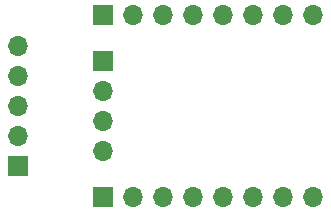
<source format=gts>
%TF.GenerationSoftware,KiCad,Pcbnew,(5.1.7-0-10_14)*%
%TF.CreationDate,2022-03-25T14:58:00-04:00*%
%TF.ProjectId,TOTP Generator,544f5450-2047-4656-9e65-7261746f722e,rev?*%
%TF.SameCoordinates,Original*%
%TF.FileFunction,Soldermask,Top*%
%TF.FilePolarity,Negative*%
%FSLAX46Y46*%
G04 Gerber Fmt 4.6, Leading zero omitted, Abs format (unit mm)*
G04 Created by KiCad (PCBNEW (5.1.7-0-10_14)) date 2022-03-25 14:58:00*
%MOMM*%
%LPD*%
G01*
G04 APERTURE LIST*
%ADD10O,1.700000X1.700000*%
%ADD11R,1.700000X1.700000*%
G04 APERTURE END LIST*
D10*
%TO.C,RTC*%
X92800000Y-66440000D03*
X92800000Y-68980000D03*
X92800000Y-71520000D03*
X92800000Y-74060000D03*
D11*
X92800000Y-76600000D03*
%TD*%
D10*
%TO.C,VIN*%
X117780000Y-79200000D03*
X115240000Y-79200000D03*
X112700000Y-79200000D03*
X110160000Y-79200000D03*
X107620000Y-79200000D03*
X105080000Y-79200000D03*
X102540000Y-79200000D03*
D11*
X100000000Y-79200000D03*
%TD*%
D10*
%TO.C,TX*%
X117780000Y-63800000D03*
X115240000Y-63800000D03*
X112700000Y-63800000D03*
X110160000Y-63800000D03*
X107620000Y-63800000D03*
X105080000Y-63800000D03*
X102540000Y-63800000D03*
D11*
X100000000Y-63800000D03*
%TD*%
%TO.C,OLED*%
X100000000Y-67700000D03*
D10*
X100000000Y-70240000D03*
X100000000Y-72780000D03*
X100000000Y-75320000D03*
%TD*%
M02*

</source>
